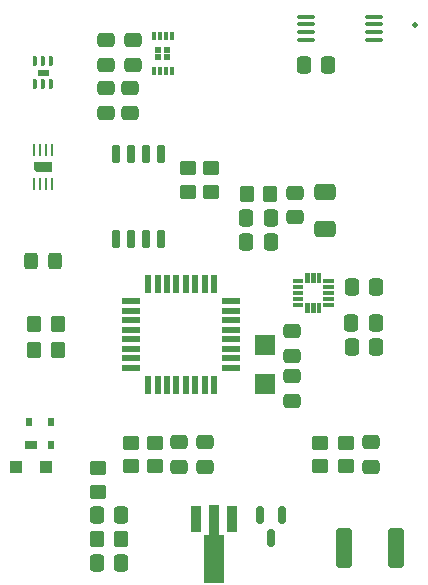
<source format=gbr>
%TF.GenerationSoftware,KiCad,Pcbnew,7.0.6-0*%
%TF.CreationDate,2023-08-18T22:24:39+03:00*%
%TF.ProjectId,iot-data-logger-nfc-samd21,696f742d-6461-4746-912d-6c6f67676572,rev?*%
%TF.SameCoordinates,Original*%
%TF.FileFunction,Paste,Top*%
%TF.FilePolarity,Positive*%
%FSLAX46Y46*%
G04 Gerber Fmt 4.6, Leading zero omitted, Abs format (unit mm)*
G04 Created by KiCad (PCBNEW 7.0.6-0) date 2023-08-18 22:24:39*
%MOMM*%
%LPD*%
G01*
G04 APERTURE LIST*
G04 Aperture macros list*
%AMRoundRect*
0 Rectangle with rounded corners*
0 $1 Rounding radius*
0 $2 $3 $4 $5 $6 $7 $8 $9 X,Y pos of 4 corners*
0 Add a 4 corners polygon primitive as box body*
4,1,4,$2,$3,$4,$5,$6,$7,$8,$9,$2,$3,0*
0 Add four circle primitives for the rounded corners*
1,1,$1+$1,$2,$3*
1,1,$1+$1,$4,$5*
1,1,$1+$1,$6,$7*
1,1,$1+$1,$8,$9*
0 Add four rect primitives between the rounded corners*
20,1,$1+$1,$2,$3,$4,$5,0*
20,1,$1+$1,$4,$5,$6,$7,0*
20,1,$1+$1,$6,$7,$8,$9,0*
20,1,$1+$1,$8,$9,$2,$3,0*%
%AMFreePoly0*
4,1,9,5.362500,-0.866500,1.237500,-0.866500,1.237500,-0.450000,-1.237500,-0.450000,-1.237500,0.450000,1.237500,0.450000,1.237500,0.866500,5.362500,0.866500,5.362500,-0.866500,5.362500,-0.866500,$1*%
%AMFreePoly1*
4,1,6,0.450000,-0.800000,-0.450000,-0.800000,-0.450000,0.530000,-0.180000,0.800000,0.450000,0.800000,0.450000,-0.800000,0.450000,-0.800000,$1*%
G04 Aperture macros list end*
%ADD10C,0.010000*%
%ADD11R,0.900000X2.300000*%
%ADD12FreePoly0,270.000000*%
%ADD13RoundRect,0.250000X-0.450000X0.350000X-0.450000X-0.350000X0.450000X-0.350000X0.450000X0.350000X0*%
%ADD14RoundRect,0.008100X0.126900X-0.361900X0.126900X0.361900X-0.126900X0.361900X-0.126900X-0.361900X0*%
%ADD15RoundRect,0.250000X-0.337500X-0.475000X0.337500X-0.475000X0.337500X0.475000X-0.337500X0.475000X0*%
%ADD16RoundRect,0.250000X0.450000X-0.350000X0.450000X0.350000X-0.450000X0.350000X-0.450000X-0.350000X0*%
%ADD17RoundRect,0.250000X-0.475000X0.337500X-0.475000X-0.337500X0.475000X-0.337500X0.475000X0.337500X0*%
%ADD18R,1.000000X0.700000*%
%ADD19R,0.600000X0.700000*%
%ADD20R,1.000000X1.000000*%
%ADD21RoundRect,0.250000X0.400000X1.450000X-0.400000X1.450000X-0.400000X-1.450000X0.400000X-1.450000X0*%
%ADD22RoundRect,0.150000X-0.150000X0.587500X-0.150000X-0.587500X0.150000X-0.587500X0.150000X0.587500X0*%
%ADD23RoundRect,0.250000X0.475000X-0.337500X0.475000X0.337500X-0.475000X0.337500X-0.475000X-0.337500X0*%
%ADD24FreePoly1,90.000000*%
%ADD25R,0.250000X1.100000*%
%ADD26RoundRect,0.250000X0.350000X0.450000X-0.350000X0.450000X-0.350000X-0.450000X0.350000X-0.450000X0*%
%ADD27RoundRect,0.250000X0.337500X0.475000X-0.337500X0.475000X-0.337500X-0.475000X0.337500X-0.475000X0*%
%ADD28R,0.600000X0.500000*%
%ADD29R,0.300000X0.750000*%
%ADD30RoundRect,0.250000X-0.350000X-0.450000X0.350000X-0.450000X0.350000X0.450000X-0.350000X0.450000X0*%
%ADD31R,1.600000X0.550000*%
%ADD32R,0.550000X1.600000*%
%ADD33R,1.800000X1.750000*%
%ADD34RoundRect,0.150000X0.150000X-0.650000X0.150000X0.650000X-0.150000X0.650000X-0.150000X-0.650000X0*%
%ADD35RoundRect,0.250000X-0.650000X0.412500X-0.650000X-0.412500X0.650000X-0.412500X0.650000X0.412500X0*%
%ADD36RoundRect,0.100000X0.637500X0.100000X-0.637500X0.100000X-0.637500X-0.100000X0.637500X-0.100000X0*%
%ADD37C,0.500000*%
%ADD38RoundRect,0.250000X0.325000X0.450000X-0.325000X0.450000X-0.325000X-0.450000X0.325000X-0.450000X0*%
G04 APERTURE END LIST*
%TO.C,U8*%
D10*
X63430000Y-53210000D02*
X62570000Y-53210000D01*
X62570000Y-52790000D01*
X63430000Y-52790000D01*
X63430000Y-53210000D01*
G36*
X63430000Y-53210000D02*
G01*
X62570000Y-53210000D01*
X62570000Y-52790000D01*
X63430000Y-52790000D01*
X63430000Y-53210000D01*
G37*
%TO.C,U7*%
X87520500Y-72768000D02*
X86733500Y-72768000D01*
X86733500Y-72488000D01*
X87520500Y-72488000D01*
X87520500Y-72768000D01*
G36*
X87520500Y-72768000D02*
G01*
X86733500Y-72768000D01*
X86733500Y-72488000D01*
X87520500Y-72488000D01*
X87520500Y-72768000D01*
G37*
X87520500Y-72268000D02*
X86733500Y-72268000D01*
X86733500Y-71988000D01*
X87520500Y-71988000D01*
X87520500Y-72268000D01*
G36*
X87520500Y-72268000D02*
G01*
X86733500Y-72268000D01*
X86733500Y-71988000D01*
X87520500Y-71988000D01*
X87520500Y-72268000D01*
G37*
X87520500Y-71768000D02*
X86733500Y-71768000D01*
X86733500Y-71488000D01*
X87520500Y-71488000D01*
X87520500Y-71768000D01*
G36*
X87520500Y-71768000D02*
G01*
X86733500Y-71768000D01*
X86733500Y-71488000D01*
X87520500Y-71488000D01*
X87520500Y-71768000D01*
G37*
X87520500Y-71268000D02*
X86733500Y-71268000D01*
X86733500Y-70988000D01*
X87520500Y-70988000D01*
X87520500Y-71268000D01*
G36*
X87520500Y-71268000D02*
G01*
X86733500Y-71268000D01*
X86733500Y-70988000D01*
X87520500Y-70988000D01*
X87520500Y-71268000D01*
G37*
X87520500Y-70768000D02*
X86733500Y-70768000D01*
X86733500Y-70488000D01*
X87520500Y-70488000D01*
X87520500Y-70768000D01*
G36*
X87520500Y-70768000D02*
G01*
X86733500Y-70768000D01*
X86733500Y-70488000D01*
X87520500Y-70488000D01*
X87520500Y-70768000D01*
G37*
X86492000Y-73296500D02*
X86212000Y-73296500D01*
X86212000Y-72509500D01*
X86492000Y-72509500D01*
X86492000Y-73296500D01*
G36*
X86492000Y-73296500D02*
G01*
X86212000Y-73296500D01*
X86212000Y-72509500D01*
X86492000Y-72509500D01*
X86492000Y-73296500D01*
G37*
X86492000Y-70746500D02*
X86212000Y-70746500D01*
X86212000Y-69959500D01*
X86492000Y-69959500D01*
X86492000Y-70746500D01*
G36*
X86492000Y-70746500D02*
G01*
X86212000Y-70746500D01*
X86212000Y-69959500D01*
X86492000Y-69959500D01*
X86492000Y-70746500D01*
G37*
X85992000Y-73296500D02*
X85712000Y-73296500D01*
X85712000Y-72509500D01*
X85992000Y-72509500D01*
X85992000Y-73296500D01*
G36*
X85992000Y-73296500D02*
G01*
X85712000Y-73296500D01*
X85712000Y-72509500D01*
X85992000Y-72509500D01*
X85992000Y-73296500D01*
G37*
X85992000Y-70746500D02*
X85712000Y-70746500D01*
X85712000Y-69959500D01*
X85992000Y-69959500D01*
X85992000Y-70746500D01*
G36*
X85992000Y-70746500D02*
G01*
X85712000Y-70746500D01*
X85712000Y-69959500D01*
X85992000Y-69959500D01*
X85992000Y-70746500D01*
G37*
X85492000Y-73296500D02*
X85212000Y-73296500D01*
X85212000Y-72509500D01*
X85492000Y-72509500D01*
X85492000Y-73296500D01*
G36*
X85492000Y-73296500D02*
G01*
X85212000Y-73296500D01*
X85212000Y-72509500D01*
X85492000Y-72509500D01*
X85492000Y-73296500D01*
G37*
X85492000Y-70746500D02*
X85212000Y-70746500D01*
X85212000Y-69959500D01*
X85492000Y-69959500D01*
X85492000Y-70746500D01*
G36*
X85492000Y-70746500D02*
G01*
X85212000Y-70746500D01*
X85212000Y-69959500D01*
X85492000Y-69959500D01*
X85492000Y-70746500D01*
G37*
X84970500Y-72768000D02*
X84183500Y-72768000D01*
X84183500Y-72488000D01*
X84970500Y-72488000D01*
X84970500Y-72768000D01*
G36*
X84970500Y-72768000D02*
G01*
X84183500Y-72768000D01*
X84183500Y-72488000D01*
X84970500Y-72488000D01*
X84970500Y-72768000D01*
G37*
X84970500Y-72268000D02*
X84183500Y-72268000D01*
X84183500Y-71988000D01*
X84970500Y-71988000D01*
X84970500Y-72268000D01*
G36*
X84970500Y-72268000D02*
G01*
X84183500Y-72268000D01*
X84183500Y-71988000D01*
X84970500Y-71988000D01*
X84970500Y-72268000D01*
G37*
X84970500Y-71768000D02*
X84183500Y-71768000D01*
X84183500Y-71488000D01*
X84970500Y-71488000D01*
X84970500Y-71768000D01*
G36*
X84970500Y-71768000D02*
G01*
X84183500Y-71768000D01*
X84183500Y-71488000D01*
X84970500Y-71488000D01*
X84970500Y-71768000D01*
G37*
X84970500Y-71268000D02*
X84183500Y-71268000D01*
X84183500Y-70988000D01*
X84970500Y-70988000D01*
X84970500Y-71268000D01*
G36*
X84970500Y-71268000D02*
G01*
X84183500Y-71268000D01*
X84183500Y-70988000D01*
X84970500Y-70988000D01*
X84970500Y-71268000D01*
G37*
X84970500Y-70768000D02*
X84183500Y-70768000D01*
X84183500Y-70488000D01*
X84970500Y-70488000D01*
X84970500Y-70768000D01*
G36*
X84970500Y-70768000D02*
G01*
X84183500Y-70768000D01*
X84183500Y-70488000D01*
X84970500Y-70488000D01*
X84970500Y-70768000D01*
G37*
%TD*%
D11*
%TO.C,U1*%
X78970000Y-90768000D03*
D12*
X77470000Y-90855500D03*
D11*
X75970000Y-90768000D03*
%TD*%
D13*
%TO.C,R9*%
X77262000Y-61118500D03*
X77262000Y-63118500D03*
%TD*%
D14*
%TO.C,U8*%
X62350000Y-53995000D03*
X63000000Y-53995000D03*
X63650000Y-53995000D03*
X63650000Y-52005000D03*
X63000000Y-52005000D03*
X62350000Y-52005000D03*
%TD*%
D15*
%TO.C,C19*%
X89132500Y-76200000D03*
X91207500Y-76200000D03*
%TD*%
D16*
%TO.C,R1*%
X70485000Y-86344000D03*
X70485000Y-84344000D03*
%TD*%
D17*
%TO.C,C4*%
X84368000Y-63168500D03*
X84368000Y-65243500D03*
%TD*%
D18*
%TO.C,D3*%
X61988000Y-84566000D03*
D19*
X63688000Y-84566000D03*
X63688000Y-82566000D03*
X61788000Y-82566000D03*
%TD*%
D20*
%TO.C,D1*%
X60726000Y-86360000D03*
X63226000Y-86360000D03*
%TD*%
D21*
%TO.C,F1*%
X92903000Y-93218000D03*
X88453000Y-93218000D03*
%TD*%
D17*
%TO.C,C11*%
X74549000Y-84306500D03*
X74549000Y-86381500D03*
%TD*%
D22*
%TO.C,Q1*%
X83246000Y-90502500D03*
X81346000Y-90502500D03*
X82296000Y-92377500D03*
%TD*%
D23*
%TO.C,C16*%
X68326000Y-56409500D03*
X68326000Y-54334500D03*
%TD*%
D13*
%TO.C,R3*%
X86487000Y-84344000D03*
X86487000Y-86344000D03*
%TD*%
D16*
%TO.C,R6*%
X67691000Y-88503000D03*
X67691000Y-86503000D03*
%TD*%
D15*
%TO.C,C14*%
X80205500Y-65278000D03*
X82280500Y-65278000D03*
%TD*%
%TO.C,C20*%
X89132500Y-71120000D03*
X91207500Y-71120000D03*
%TD*%
D17*
%TO.C,C2*%
X84074000Y-74908500D03*
X84074000Y-76983500D03*
%TD*%
D13*
%TO.C,R4*%
X88646000Y-84344000D03*
X88646000Y-86344000D03*
%TD*%
%TO.C,R10*%
X75262000Y-61118500D03*
X75262000Y-63118500D03*
%TD*%
D15*
%TO.C,C10*%
X85068500Y-52324000D03*
X87143500Y-52324000D03*
%TD*%
%TO.C,C12*%
X67542500Y-94488000D03*
X69617500Y-94488000D03*
%TD*%
D24*
%TO.C,U6*%
X63000000Y-61000000D03*
D25*
X62250000Y-62450000D03*
X62750000Y-62450000D03*
X63250000Y-62450000D03*
X63750000Y-62450000D03*
X63750000Y-59550000D03*
X63250000Y-59550000D03*
X62750000Y-59550000D03*
X62250000Y-59550000D03*
%TD*%
D26*
%TO.C,R8*%
X64246000Y-74295000D03*
X62246000Y-74295000D03*
%TD*%
D15*
%TO.C,C13*%
X80205500Y-67310000D03*
X82280500Y-67310000D03*
%TD*%
D27*
%TO.C,C5*%
X69617500Y-90424000D03*
X67542500Y-90424000D03*
%TD*%
D28*
%TO.C,U4*%
X72773000Y-51707000D03*
X73523000Y-51707000D03*
X72773000Y-51057000D03*
X73523000Y-51057000D03*
D29*
X72398000Y-52832000D03*
X72898000Y-52832000D03*
X73398000Y-52832000D03*
X73898000Y-52832000D03*
X73898000Y-49932000D03*
X73398000Y-49932000D03*
X72898000Y-49932000D03*
X72398000Y-49932000D03*
%TD*%
D30*
%TO.C,R7*%
X62246000Y-76454000D03*
X64246000Y-76454000D03*
%TD*%
D31*
%TO.C,U2*%
X78952500Y-77989000D03*
X78952500Y-77189000D03*
X78952500Y-76389000D03*
X78952500Y-75589000D03*
X78952500Y-74789000D03*
X78952500Y-73989000D03*
X78952500Y-73189000D03*
X78952500Y-72389000D03*
D32*
X77502500Y-70939000D03*
X76702500Y-70939000D03*
X75902500Y-70939000D03*
X75102500Y-70939000D03*
X74302500Y-70939000D03*
X73502500Y-70939000D03*
X72702500Y-70939000D03*
X71902500Y-70939000D03*
D31*
X70452500Y-72389000D03*
X70452500Y-73189000D03*
X70452500Y-73989000D03*
X70452500Y-74789000D03*
X70452500Y-75589000D03*
X70452500Y-76389000D03*
X70452500Y-77189000D03*
X70452500Y-77989000D03*
D32*
X71902500Y-79439000D03*
X72702500Y-79439000D03*
X73502500Y-79439000D03*
X74302500Y-79439000D03*
X75102500Y-79439000D03*
X75902500Y-79439000D03*
X76702500Y-79439000D03*
X77502500Y-79439000D03*
%TD*%
D30*
%TO.C,R5*%
X67580000Y-92456000D03*
X69580000Y-92456000D03*
%TD*%
D23*
%TO.C,C8*%
X70358000Y-56409500D03*
X70358000Y-54334500D03*
%TD*%
D26*
%TO.C,FB1*%
X82243000Y-63246000D03*
X80243000Y-63246000D03*
%TD*%
D33*
%TO.C,Y1*%
X81788000Y-79349000D03*
X81788000Y-76099000D03*
%TD*%
D17*
%TO.C,C15*%
X70612000Y-50270500D03*
X70612000Y-52345500D03*
%TD*%
%TO.C,C9*%
X76708000Y-84306500D03*
X76708000Y-86381500D03*
%TD*%
D34*
%TO.C,U3*%
X69215000Y-67100000D03*
X70485000Y-67100000D03*
X71755000Y-67100000D03*
X73025000Y-67100000D03*
X73025000Y-59900000D03*
X71755000Y-59900000D03*
X70485000Y-59900000D03*
X69215000Y-59900000D03*
%TD*%
D35*
%TO.C,C3*%
X86868000Y-63143500D03*
X86868000Y-66268500D03*
%TD*%
D23*
%TO.C,C6*%
X90805000Y-86381500D03*
X90805000Y-84306500D03*
%TD*%
D36*
%TO.C,U9*%
X91000500Y-50210000D03*
X91000500Y-49560000D03*
X91000500Y-48910000D03*
X91000500Y-48260000D03*
X85275500Y-48260000D03*
X85275500Y-48910000D03*
X85275500Y-49560000D03*
X85275500Y-50210000D03*
%TD*%
D13*
%TO.C,R2*%
X72517000Y-84344000D03*
X72517000Y-86344000D03*
%TD*%
D17*
%TO.C,C21*%
X68326000Y-50270500D03*
X68326000Y-52345500D03*
%TD*%
D23*
%TO.C,C1*%
X84074000Y-80793500D03*
X84074000Y-78718500D03*
%TD*%
D15*
%TO.C,C18*%
X89111000Y-74168000D03*
X91186000Y-74168000D03*
%TD*%
D37*
%TO.C,AE1*%
X94500000Y-49000000D03*
%TD*%
D38*
%TO.C,D2*%
X64025000Y-69000000D03*
X61975000Y-69000000D03*
%TD*%
M02*

</source>
